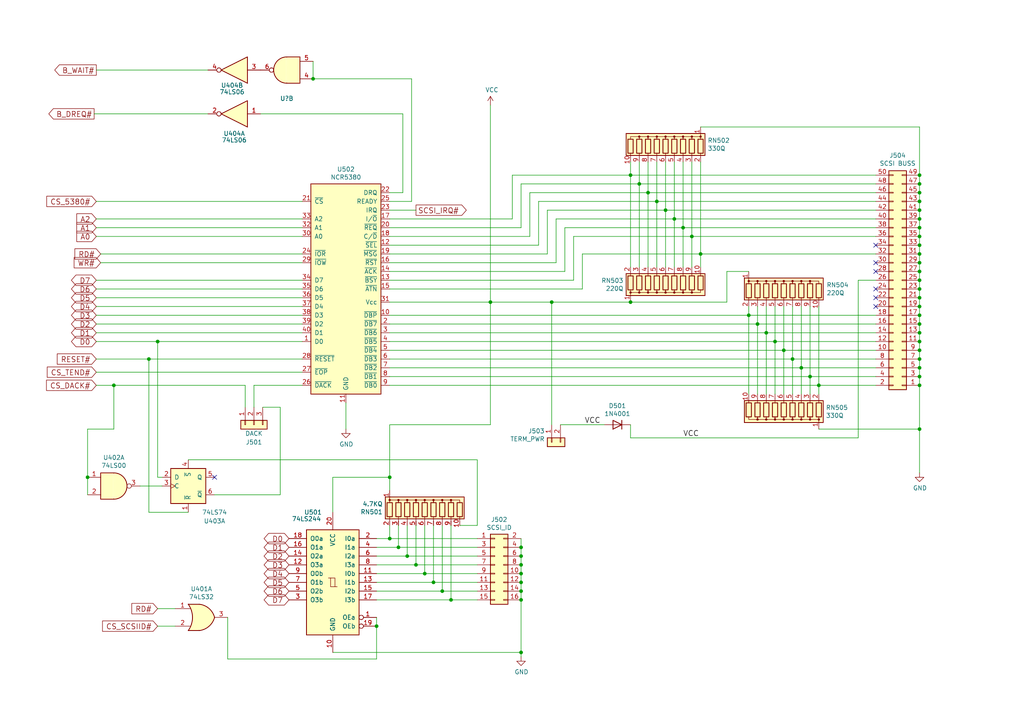
<source format=kicad_sch>
(kicad_sch (version 20211123) (generator eeschema)
  (paper "A4")
  (title_block (title "ECB SCSI-1.0") (date "2020-12-30") (rev "001") (company "RetroBrew Computers Group") (comment 1 "Licensed for hobbyist use only.") (comment 2 "Copyright (c) 2020 Richard Cini. All Rights Reserved."))
  (lib_symbols
    (symbol "74xx:74LS00" (pin_names (offset 1.016))
      (property "Reference" "U" (at 0 1.27 0))
      (property "Value" "74LS00" (at 0 -1.27 0))
      (symbol "74LS00_1_1"
        (pin input line (at -7.62 2.54 0) (length 3.81) (name "~") (number "1"))
        (pin input line (at -7.62 -2.54 0) (length 3.81) (name "~") (number "2"))
        (pin output inverted (at 7.62 0 180) (length 3.81) (name "~") (number "3"))
      )
      (symbol "74LS00_1_2"
        (pin input inverted (at -7.62 2.54 0) (length 4.318) (name "~") (number "1"))
        (pin input inverted (at -7.62 -2.54 0) (length 4.318) (name "~") (number "2"))
        (pin output line (at 7.62 0 180) (length 3.81) (name "~") (number "3"))
      )
      (symbol "74LS00_2_1"
        (pin input line (at -7.62 2.54 0) (length 3.81) (name "~") (number "4"))
        (pin input line (at -7.62 -2.54 0) (length 3.81) (name "~") (number "5"))
        (pin output inverted (at 7.62 0 180) (length 3.81) (name "~") (number "6"))
      )
      (symbol "74LS00_2_2"
        (pin input inverted (at -7.62 2.54 0) (length 4.318) (name "~") (number "4"))
        (pin input inverted (at -7.62 -2.54 0) (length 4.318) (name "~") (number "5"))
        (pin output line (at 7.62 0 180) (length 3.81) (name "~") (number "6"))
      )
      (symbol "74LS00_3_1"
        (pin input line (at -7.62 -2.54 0) (length 3.81) (name "~") (number "10"))
        (pin output inverted (at 7.62 0 180) (length 3.81) (name "~") (number "8"))
        (pin input line (at -7.62 2.54 0) (length 3.81) (name "~") (number "9"))
      )
      (symbol "74LS00_3_2"
        (pin input inverted (at -7.62 -2.54 0) (length 4.318) (name "~") (number "10"))
        (pin output line (at 7.62 0 180) (length 3.81) (name "~") (number "8"))
        (pin input inverted (at -7.62 2.54 0) (length 4.318) (name "~") (number "9"))
      )
      (symbol "74LS00_4_1"
        (pin output inverted (at 7.62 0 180) (length 3.81) (name "~") (number "11"))
        (pin input line (at -7.62 2.54 0) (length 3.81) (name "~") (number "12"))
        (pin input line (at -7.62 -2.54 0) (length 3.81) (name "~") (number "13"))
      )
      (symbol "74LS00_4_2"
        (pin output line (at 7.62 0 180) (length 3.81) (name "~") (number "11"))
        (pin input inverted (at -7.62 2.54 0) (length 4.318) (name "~") (number "12"))
        (pin input inverted (at -7.62 -2.54 0) (length 4.318) (name "~") (number "13"))
      )
      (symbol "74LS00_5_0"
        (pin power_in line (at 0 12.7 270) (length 5.08) (name "VCC") (number "14"))
        (pin power_in line (at 0 -12.7 90) (length 5.08) (name "GND") (number "7"))
      )
    )
    (symbol "74xx:74LS06" (pin_names (offset 1.016))
      (property "Reference" "U" (at 0 1.27 0))
      (property "Value" "74LS06" (at 0 -1.27 0))
      (symbol "74LS06_1_0"
        (pin input line (at -7.62 0 0) (length 3.81) (name "~") (number "1"))
        (pin open_collector inverted (at 7.62 0 180) (length 3.81) (name "~") (number "2"))
      )
      (symbol "74LS06_2_0"
        (pin input line (at -7.62 0 0) (length 3.81) (name "~") (number "3"))
        (pin open_collector inverted (at 7.62 0 180) (length 3.81) (name "~") (number "4"))
      )
      (symbol "74LS06_3_0"
        (pin input line (at -7.62 0 0) (length 3.81) (name "~") (number "5"))
        (pin open_collector inverted (at 7.62 0 180) (length 3.81) (name "~") (number "6"))
      )
      (symbol "74LS06_4_0"
        (pin open_collector inverted (at 7.62 0 180) (length 3.81) (name "~") (number "8"))
        (pin input line (at -7.62 0 0) (length 3.81) (name "~") (number "9"))
      )
      (symbol "74LS06_5_0"
        (pin open_collector inverted (at 7.62 0 180) (length 3.81) (name "~") (number "10"))
        (pin input line (at -7.62 0 0) (length 3.81) (name "~") (number "11"))
      )
      (symbol "74LS06_6_0"
        (pin open_collector inverted (at 7.62 0 180) (length 3.81) (name "~") (number "12"))
        (pin input line (at -7.62 0 0) (length 3.81) (name "~") (number "13"))
      )
      (symbol "74LS06_7_0"
        (pin power_in line (at 0 12.7 270) (length 5.08) (name "VCC") (number "14"))
        (pin power_in line (at 0 -12.7 90) (length 5.08) (name "GND") (number "7"))
      )
    )
    (symbol "74xx:74LS244" (pin_names (offset 1.016))
      (property "Reference" "U" (at -7.62 16.51 0))
      (property "Value" "74LS244" (at -7.62 -16.51 0))
      (symbol "74LS244_1_0"
        (pin input inverted (at -12.7 -10.16 0) (length 5.08) (name "OEa") (number "1"))
        (pin power_in line (at 0 -20.32 90) (length 5.08) (name "GND") (number "10"))
        (pin input line (at -12.7 2.54 0) (length 5.08) (name "I0b") (number "11"))
        (pin tri_state line (at 12.7 5.08 180) (length 5.08) (name "O3a") (number "12"))
        (pin input line (at -12.7 0 0) (length 5.08) (name "I1b") (number "13"))
        (pin tri_state line (at 12.7 7.62 180) (length 5.08) (name "O2a") (number "14"))
        (pin input line (at -12.7 -2.54 0) (length 5.08) (name "I2b") (number "15"))
        (pin tri_state line (at 12.7 10.16 180) (length 5.08) (name "O1a") (number "16"))
        (pin input line (at -12.7 -5.08 0) (length 5.08) (name "I3b") (number "17"))
        (pin tri_state line (at 12.7 12.7 180) (length 5.08) (name "O0a") (number "18"))
        (pin input inverted (at -12.7 -12.7 0) (length 5.08) (name "OEb") (number "19"))
        (pin input line (at -12.7 12.7 0) (length 5.08) (name "I0a") (number "2"))
        (pin power_in line (at 0 20.32 270) (length 5.08) (name "VCC") (number "20"))
        (pin tri_state line (at 12.7 -5.08 180) (length 5.08) (name "O3b") (number "3"))
        (pin input line (at -12.7 10.16 0) (length 5.08) (name "I1a") (number "4"))
        (pin tri_state line (at 12.7 -2.54 180) (length 5.08) (name "O2b") (number "5"))
        (pin input line (at -12.7 7.62 0) (length 5.08) (name "I2a") (number "6"))
        (pin tri_state line (at 12.7 0 180) (length 5.08) (name "O1b") (number "7"))
        (pin input line (at -12.7 5.08 0) (length 5.08) (name "I3a") (number "8"))
        (pin tri_state line (at 12.7 2.54 180) (length 5.08) (name "O0b") (number "9"))
      )
    )
    (symbol "74xx:74LS32" (pin_names (offset 1.016))
      (property "Reference" "U" (at 0 1.27 0))
      (property "Value" "74LS32" (at 0 -1.27 0))
      (symbol "74LS32_1_1"
        (pin input line (at -7.62 2.54 0) (length 4.318) (name "~") (number "1"))
        (pin input line (at -7.62 -2.54 0) (length 4.318) (name "~") (number "2"))
        (pin output line (at 7.62 0 180) (length 3.81) (name "~") (number "3"))
      )
      (symbol "74LS32_1_2"
        (pin input inverted (at -7.62 2.54 0) (length 3.81) (name "~") (number "1"))
        (pin input inverted (at -7.62 -2.54 0) (length 3.81) (name "~") (number "2"))
        (pin output inverted (at 7.62 0 180) (length 3.81) (name "~") (number "3"))
      )
      (symbol "74LS32_2_1"
        (pin input line (at -7.62 2.54 0) (length 4.318) (name "~") (number "4"))
        (pin input line (at -7.62 -2.54 0) (length 4.318) (name "~") (number "5"))
        (pin output line (at 7.62 0 180) (length 3.81) (name "~") (number "6"))
      )
      (symbol "74LS32_2_2"
        (pin input inverted (at -7.62 2.54 0) (length 3.81) (name "~") (number "4"))
        (pin input inverted (at -7.62 -2.54 0) (length 3.81) (name "~") (number "5"))
        (pin output inverted (at 7.62 0 180) (length 3.81) (name "~") (number "6"))
      )
      (symbol "74LS32_3_1"
        (pin input line (at -7.62 -2.54 0) (length 4.318) (name "~") (number "10"))
        (pin output line (at 7.62 0 180) (length 3.81) (name "~") (number "8"))
        (pin input line (at -7.62 2.54 0) (length 4.318) (name "~") (number "9"))
      )
      (symbol "74LS32_3_2"
        (pin input inverted (at -7.62 -2.54 0) (length 3.81) (name "~") (number "10"))
        (pin output inverted (at 7.62 0 180) (length 3.81) (name "~") (number "8"))
        (pin input inverted (at -7.62 2.54 0) (length 3.81) (name "~") (number "9"))
      )
      (symbol "74LS32_4_1"
        (pin output line (at 7.62 0 180) (length 3.81) (name "~") (number "11"))
        (pin input line (at -7.62 2.54 0) (length 4.318) (name "~") (number "12"))
        (pin input line (at -7.62 -2.54 0) (length 4.318) (name "~") (number "13"))
      )
      (symbol "74LS32_4_2"
        (pin output inverted (at 7.62 0 180) (length 3.81) (name "~") (number "11"))
        (pin input inverted (at -7.62 2.54 0) (length 3.81) (name "~") (number "12"))
        (pin input inverted (at -7.62 -2.54 0) (length 3.81) (name "~") (number "13"))
      )
      (symbol "74LS32_5_0"
        (pin power_in line (at 0 12.7 270) (length 5.08) (name "VCC") (number "14"))
        (pin power_in line (at 0 -12.7 90) (length 5.08) (name "GND") (number "7"))
      )
    )
    (symbol "74xx:74LS74" (pin_names (offset 1.016))
      (property "Reference" "U" (at -7.62 8.89 0))
      (property "Value" "74LS74" (at -7.62 -8.89 0))
      (symbol "74LS74_1_0"
        (pin input line (at 0 -7.62 90) (length 2.54) (name "~{R}") (number "1"))
        (pin input line (at -7.62 2.54 0) (length 2.54) (name "D") (number "2"))
        (pin input clock (at -7.62 0 0) (length 2.54) (name "C") (number "3"))
        (pin input line (at 0 7.62 270) (length 2.54) (name "~{S}") (number "4"))
        (pin output line (at 7.62 2.54 180) (length 2.54) (name "Q") (number "5"))
        (pin output line (at 7.62 -2.54 180) (length 2.54) (name "~{Q}") (number "6"))
      )
      (symbol "74LS74_2_0"
        (pin input line (at 0 7.62 270) (length 2.54) (name "~{S}") (number "10"))
        (pin input clock (at -7.62 0 0) (length 2.54) (name "C") (number "11"))
        (pin input line (at -7.62 2.54 0) (length 2.54) (name "D") (number "12"))
        (pin input line (at 0 -7.62 90) (length 2.54) (name "~{R}") (number "13"))
        (pin output line (at 7.62 -2.54 180) (length 2.54) (name "~{Q}") (number "8"))
        (pin output line (at 7.62 2.54 180) (length 2.54) (name "Q") (number "9"))
      )
      (symbol "74LS74_3_0"
        (pin power_in line (at 0 10.16 270) (length 2.54) (name "VCC") (number "14"))
        (pin power_in line (at 0 -10.16 90) (length 2.54) (name "GND") (number "7"))
      )
    )
    (symbol "Connector_Generic:Conn_01x02" (pin_names (offset 1.016) hide)
      (property "Reference" "J" (at 0 2.54 0))
      (property "Value" "Conn_01x02" (at 0 -5.08 0))
      (symbol "Conn_01x02_1_1"
        (pin passive line (at -5.08 0 0) (length 3.81) (name "Pin_1") (number "1"))
        (pin passive line (at -5.08 -2.54 0) (length 3.81) (name "Pin_2") (number "2"))
      )
    )
    (symbol "Connector_Generic:Conn_01x03" (pin_names (offset 1.016) hide)
      (property "Reference" "J" (at 0 5.08 0))
      (property "Value" "Conn_01x03" (at 0 -5.08 0))
      (symbol "Conn_01x03_1_1"
        (pin passive line (at -5.08 2.54 0) (length 3.81) (name "Pin_1") (number "1"))
        (pin passive line (at -5.08 0 0) (length 3.81) (name "Pin_2") (number "2"))
        (pin passive line (at -5.08 -2.54 0) (length 3.81) (name "Pin_3") (number "3"))
      )
    )
    (symbol "Connector_Generic:Conn_02x08_Odd_Even" (pin_names (offset 1.016) hide)
      (property "Reference" "J" (at 1.27 10.16 0))
      (property "Value" "Conn_02x08_Odd_Even" (at 1.27 -12.7 0))
      (symbol "Conn_02x08_Odd_Even_1_1"
        (pin passive line (at -5.08 7.62 0) (length 3.81) (name "Pin_1") (number "1"))
        (pin passive line (at 7.62 -2.54 180) (length 3.81) (name "Pin_10") (number "10"))
        (pin passive line (at -5.08 -5.08 0) (length 3.81) (name "Pin_11") (number "11"))
        (pin passive line (at 7.62 -5.08 180) (length 3.81) (name "Pin_12") (number "12"))
        (pin passive line (at -5.08 -7.62 0) (length 3.81) (name "Pin_13") (number "13"))
        (pin passive line (at 7.62 -7.62 180) (length 3.81) (name "Pin_14") (number "14"))
        (pin passive line (at -5.08 -10.16 0) (length 3.81) (name "Pin_15") (number "15"))
        (pin passive line (at 7.62 -10.16 180) (length 3.81) (name "Pin_16") (number "16"))
        (pin passive line (at 7.62 7.62 180) (length 3.81) (name "Pin_2") (number "2"))
        (pin passive line (at -5.08 5.08 0) (length 3.81) (name "Pin_3") (number "3"))
        (pin passive line (at 7.62 5.08 180) (length 3.81) (name "Pin_4") (number "4"))
        (pin passive line (at -5.08 2.54 0) (length 3.81) (name "Pin_5") (number "5"))
        (pin passive line (at 7.62 2.54 180) (length 3.81) (name "Pin_6") (number "6"))
        (pin passive line (at -5.08 0 0) (length 3.81) (name "Pin_7") (number "7"))
        (pin passive line (at 7.62 0 180) (length 3.81) (name "Pin_8") (number "8"))
        (pin passive line (at -5.08 -2.54 0) (length 3.81) (name "Pin_9") (number "9"))
      )
    )
    (symbol "Connector_Generic:Conn_02x25_Odd_Even" (pin_names (offset 1.016) hide)
      (property "Reference" "J" (at 1.27 33.02 0))
      (property "Value" "Conn_02x25_Odd_Even" (at 1.27 -33.02 0))
      (symbol "Conn_02x25_Odd_Even_1_1"
        (pin passive line (at -5.08 30.48 0) (length 3.81) (name "Pin_1") (number "1"))
        (pin passive line (at 7.62 20.32 180) (length 3.81) (name "Pin_10") (number "10"))
        (pin passive line (at -5.08 17.78 0) (length 3.81) (name "Pin_11") (number "11"))
        (pin passive line (at 7.62 17.78 180) (length 3.81) (name "Pin_12") (number "12"))
        (pin passive line (at -5.08 15.24 0) (length 3.81) (name "Pin_13") (number "13"))
        (pin passive line (at 7.62 15.24 180) (length 3.81) (name "Pin_14") (number "14"))
        (pin passive line (at -5.08 12.7 0) (length 3.81) (name "Pin_15") (number "15"))
        (pin passive line (at 7.62 12.7 180) (length 3.81) (name "Pin_16") (number "16"))
        (pin passive line (at -5.08 10.16 0) (length 3.81) (name "Pin_17") (number "17"))
        (pin passive line (at 7.62 10.16 180) (length 3.81) (name "Pin_18") (number "18"))
        (pin passive line (at -5.08 7.62 0) (length 3.81) (name "Pin_19") (number "19"))
        (pin passive line (at 7.62 30.48 180) (length 3.81) (name "Pin_2") (number "2"))
        (pin passive line (at 7.62 7.62 180) (length 3.81) (name "Pin_20") (number "20"))
        (pin passive line (at -5.08 5.08 0) (length 3.81) (name "Pin_21") (number "21"))
        (pin passive line (at 7.62 5.08 180) (length 3.81) (name "Pin_22") (number "22"))
        (pin passive line (at -5.08 2.54 0) (length 3.81) (name "Pin_23") (number "23"))
        (pin passive line (at 7.62 2.54 180) (length 3.81) (name "Pin_24") (number "24"))
        (pin passive line (at -5.08 0 0) (length 3.81) (name "Pin_25") (number "25"))
        (pin passive line (at 7.62 0 180) (length 3.81) (name "Pin_26") (number "26"))
        (pin passive line (at -5.08 -2.54 0) (length 3.81) (name "Pin_27") (number "27"))
        (pin passive line (at 7.62 -2.54 180) (length 3.81) (name "Pin_28") (number "28"))
        (pin passive line (at -5.08 -5.08 0) (length 3.81) (name "Pin_29") (number "29"))
        (pin passive line (at -5.08 27.94 0) (length 3.81) (name "Pin_3") (number "3"))
        (pin passive line (at 7.62 -5.08 180) (length 3.81) (name "Pin_30") (number "30"))
        (pin passive line (at -5.08 -7.62 0) (length 3.81) (name "Pin_31") (number "31"))
        (pin passive line (at 7.62 -7.62 180) (length 3.81) (name "Pin_32") (number "32"))
        (pin passive line (at -5.08 -10.16 0) (length 3.81) (name "Pin_33") (number "33"))
        (pin passive line (at 7.62 -10.16 180) (length 3.81) (name "Pin_34") (number "34"))
        (pin passive line (at -5.08 -12.7 0) (length 3.81) (name "Pin_35") (number "35"))
        (pin passive line (at 7.62 -12.7 180) (length 3.81) (name "Pin_36") (number "36"))
        (pin passive line (at -5.08 -15.24 0) (length 3.81) (name "Pin_37") (number "37"))
        (pin passive line (at 7.62 -15.24 180) (length 3.81) (name "Pin_38") (number "38"))
        (pin passive line (at -5.08 -17.78 0) (length 3.81) (name "Pin_39") (number "39"))
        (pin passive line (at 7.62 27.94 180) (length 3.81) (name "Pin_4") (number "4"))
        (pin passive line (at 7.62 -17.78 180) (length 3.81) (name "Pin_40") (number "40"))
        (pin passive line (at -5.08 -20.32 0) (length 3.81) (name "Pin_41") (number "41"))
        (pin passive line (at 7.62 -20.32 180) (length 3.81) (name "Pin_42") (number "42"))
        (pin passive line (at -5.08 -22.86 0) (length 3.81) (name "Pin_43") (number "43"))
        (pin passive line (at 7.62 -22.86 180) (length 3.81) (name "Pin_44") (number "44"))
        (pin passive line (at -5.08 -25.4 0) (length 3.81) (name "Pin_45") (number "45"))
        (pin passive line (at 7.62 -25.4 180) (length 3.81) (name "Pin_46") (number "46"))
        (pin passive line (at -5.08 -27.94 0) (length 3.81) (name "Pin_47") (number "47"))
        (pin passive line (at 7.62 -27.94 180) (length 3.81) (name "Pin_48") (number "48"))
        (pin passive line (at -5.08 -30.48 0) (length 3.81) (name "Pin_49") (number "49"))
        (pin passive line (at -5.08 25.4 0) (length 3.81) (name "Pin_5") (number "5"))
        (pin passive line (at 7.62 -30.48 180) (length 3.81) (name "Pin_50") (number "50"))
        (pin passive line (at 7.62 25.4 180) (length 3.81) (name "Pin_6") (number "6"))
        (pin passive line (at -5.08 22.86 0) (length 3.81) (name "Pin_7") (number "7"))
        (pin passive line (at 7.62 22.86 180) (length 3.81) (name "Pin_8") (number "8"))
        (pin passive line (at -5.08 20.32 0) (length 3.81) (name "Pin_9") (number "9"))
      )
    )
    (symbol "Device:R_Network09" (pin_names (offset 0) hide)
      (property "Reference" "RN" (at -12.7 0 90))
      (property "Value" "R_Network09" (at 12.7 0 90))
      (symbol "R_Network09_1_1"
        (pin passive line (at -10.16 5.08 270) (length 2.54) (name "common") (number "1"))
        (pin passive line (at 10.16 -5.08 90) (length 1.27) (name "R9") (number "10"))
        (pin passive line (at -10.16 -5.08 90) (length 1.27) (name "R1") (number "2"))
        (pin passive line (at -7.62 -5.08 90) (length 1.27) (name "R2") (number "3"))
        (pin passive line (at -5.08 -5.08 90) (length 1.27) (name "R3") (number "4"))
        (pin passive line (at -2.54 -5.08 90) (length 1.27) (name "R4") (number "5"))
        (pin passive line (at 0 -5.08 90) (length 1.27) (name "R5") (number "6"))
        (pin passive line (at 2.54 -5.08 90) (length 1.27) (name "R6") (number "7"))
        (pin passive line (at 5.08 -5.08 90) (length 1.27) (name "R7") (number "8"))
        (pin passive line (at 7.62 -5.08 90) (length 1.27) (name "R8") (number "9"))
      )
    )
    (symbol "Diode:1N4001" (pin_numbers hide) (pin_names hide)
      (property "Reference" "D" (at 0 2.54 0))
      (property "Value" "1N4001" (at 0 -2.54 0))
      (symbol "1N4001_1_1"
        (pin passive line (at -3.81 0 0) (length 2.54) (name "K") (number "1"))
        (pin passive line (at 3.81 0 180) (length 2.54) (name "A") (number "2"))
      )
    )
    (symbol "RAC_Custom:NCR5380" (pin_names (offset 1.016))
      (property "Reference" "U" (at -7.62 34.29 0))
      (property "Value" "NCR5380" (at 10.414 34.29 0))
      (symbol "NCR5380_0_0"
        (pin bidirectional line (at -12.7 5.08 0) (length 2.54) (name "D7") (number "34"))
        (pin bidirectional line (at -12.7 2.54 0) (length 2.54) (name "D6") (number "35"))
      )
      (symbol "NCR5380_1_1"
        (pin bidirectional line (at -12.7 -12.7 0) (length 2.54) (name "D0") (number "1"))
        (pin bidirectional line (at 12.7 -5.08 180) (length 2.54) (name "~{DBP}") (number "10"))
        (pin power_in line (at 0 -30.48 90) (length 2.54) (name "GND") (number "11"))
        (pin bidirectional line (at 12.7 15.24 180) (length 2.54) (name "~{SEL}") (number "12"))
        (pin bidirectional line (at 12.7 5.08 180) (length 2.54) (name "~{BSY}") (number "13"))
        (pin bidirectional line (at 12.7 7.62 180) (length 2.54) (name "~{ACK}") (number "14"))
        (pin bidirectional line (at 12.7 2.54 180) (length 2.54) (name "~{ATN}") (number "15"))
        (pin bidirectional line (at 12.7 10.16 180) (length 2.54) (name "~{RST}") (number "16"))
        (pin bidirectional line (at 12.7 22.86 180) (length 2.54) (name "I/~{O}") (number "17"))
        (pin bidirectional line (at 12.7 17.78 180) (length 2.54) (name "C/~{D}") (number "18"))
        (pin bidirectional line (at 12.7 12.7 180) (length 2.54) (name "~{MSG}") (number "19"))
        (pin bidirectional line (at 12.7 -7.62 180) (length 2.54) (name "~{DB7}") (number "2"))
        (pin bidirectional line (at 12.7 20.32 180) (length 2.54) (name "~{REQ}") (number "20"))
        (pin input line (at -12.7 27.94 0) (length 2.54) (name "~{CS}") (number "21"))
        (pin output line (at 12.7 30.48 180) (length 2.54) (name "DRQ") (number "22"))
        (pin output line (at 12.7 25.4 180) (length 2.54) (name "IRQ") (number "23"))
        (pin input line (at -12.7 12.7 0) (length 2.54) (name "~{IOR}") (number "24"))
        (pin output line (at 12.7 27.94 180) (length 2.54) (name "READY") (number "25"))
        (pin input line (at -12.7 -25.4 0) (length 2.54) (name "~{DACK}") (number "26"))
        (pin input line (at -12.7 -21.59 0) (length 2.54) (name "~{EOP}") (number "27"))
        (pin input line (at -12.7 -17.78 0) (length 2.54) (name "~{RESET}") (number "28"))
        (pin input line (at -12.7 10.16 0) (length 2.54) (name "~{IOW}") (number "29"))
        (pin bidirectional line (at 12.7 -10.16 180) (length 2.54) (name "~{DB6}") (number "3"))
        (pin input line (at -12.7 17.78 0) (length 2.54) (name "A0") (number "30"))
        (pin power_in line (at 12.7 -1.27 180) (length 2.54) (name "Vcc") (number "31"))
        (pin input line (at -12.7 20.32 0) (length 2.54) (name "A1") (number "32"))
        (pin input line (at -12.7 22.86 0) (length 2.54) (name "A2") (number "33"))
        (pin bidirectional line (at -12.7 0 0) (length 2.54) (name "D5") (number "36"))
        (pin bidirectional line (at -12.7 -2.54 0) (length 2.54) (name "D4") (number "37"))
        (pin bidirectional line (at -12.7 -5.08 0) (length 2.54) (name "D3") (number "38"))
        (pin bidirectional line (at -12.7 -7.62 0) (length 2.54) (name "D2") (number "39"))
        (pin bidirectional line (at 12.7 -12.7 180) (length 2.54) (name "~{DB5}") (number "4"))
        (pin bidirectional line (at -12.7 -10.16 0) (length 2.54) (name "D1") (number "40"))
        (pin bidirectional line (at 12.7 -15.24 180) (length 2.54) (name "~{DB4}") (number "5"))
        (pin bidirectional line (at 12.7 -17.78 180) (length 2.54) (name "~{DB3}") (number "6"))
        (pin bidirectional line (at 12.7 -20.32 180) (length 2.54) (name "~{DB2}") (number "7"))
        (pin bidirectional line (at 12.7 -22.86 180) (length 2.54) (name "~{DB1}") (number "8"))
        (pin bidirectional line (at 12.7 -25.4 180) (length 2.54) (name "~{DB0}") (number "9"))
      )
    )
    (symbol "power:GND" (power) (pin_names (offset 0))
      (property "Value" "GND" (at 0 -3.81 0))
      (symbol "GND_1_1"
        (pin power_in line (at 0 0 270) (length 0) hide (name "GND") (number "1"))
      )
    )
    (symbol "power:VCC" (power) (pin_names (offset 0))
      (property "Value" "VCC" (at 0 3.81 0))
      (symbol "VCC_1_1"
        (pin power_in line (at 0 0 90) (length 0) hide (name "VCC") (number "1"))
      )
    )
  )
  (junction (at 203.2 73.66))
  (junction (at 227.33 101.6))
  (junction (at 90.805 22.86))
  (junction (at 182.88 50.8))
  (junction (at 123.19 166.37))
  (junction (at 115.57 158.75))
  (junction (at 266.7 63.5))
  (junction (at 266.7 71.12))
  (junction (at 224.79 99.06))
  (junction (at 190.5 58.42))
  (junction (at 130.81 173.99))
  (junction (at 234.95 109.22))
  (junction (at 187.96 55.88))
  (junction (at 182.88 87.63))
  (junction (at 266.7 96.52))
  (junction (at 151.13 189.23))
  (junction (at 200.66 68.58))
  (junction (at 266.7 109.22))
  (junction (at 151.13 158.75))
  (junction (at 113.03 156.21))
  (junction (at 118.11 161.29))
  (junction (at 266.7 68.58))
  (junction (at 266.7 93.98))
  (junction (at 151.13 168.91))
  (junction (at 266.7 83.82))
  (junction (at 33.02 111.76))
  (junction (at 151.13 173.99))
  (junction (at 266.7 58.42))
  (junction (at 151.13 163.83))
  (junction (at 128.27 171.45))
  (junction (at 266.7 91.44))
  (junction (at 45.72 99.06))
  (junction (at 232.41 106.68))
  (junction (at 151.13 166.37))
  (junction (at 198.12 66.04))
  (junction (at 266.7 53.34))
  (junction (at 229.87 104.14))
  (junction (at 195.58 63.5))
  (junction (at 266.7 86.36))
  (junction (at 237.49 111.76))
  (junction (at 266.7 76.2))
  (junction (at 109.22 181.61))
  (junction (at 266.7 99.06))
  (junction (at 125.73 168.91))
  (junction (at 266.7 104.14))
  (junction (at 151.13 161.29))
  (junction (at 217.17 91.44))
  (junction (at 25.4 138.43))
  (junction (at 113.03 138.43))
  (junction (at 219.71 93.98))
  (junction (at 266.7 88.9))
  (junction (at 266.7 73.66))
  (junction (at 193.04 60.96))
  (junction (at 185.42 53.34))
  (junction (at 266.7 111.76))
  (junction (at 160.02 87.63))
  (junction (at 266.7 106.68))
  (junction (at 266.7 55.88))
  (junction (at 266.7 66.04))
  (junction (at 222.25 96.52))
  (junction (at 142.24 87.63))
  (junction (at 120.65 163.83))
  (junction (at 266.7 50.8))
  (junction (at 266.7 101.6))
  (junction (at 43.18 104.14))
  (junction (at 266.7 60.96))
  (junction (at 266.7 124.46))
  (junction (at 151.13 171.45))
  (junction (at 266.7 78.74))
  (junction (at 266.7 81.28))
  (no_connect (at 62.23 138.43))
  (no_connect (at 254 88.9))
  (no_connect (at 254 76.2))
  (no_connect (at 254 86.36))
  (no_connect (at 254 78.74))
  (no_connect (at 254 71.12))
  (no_connect (at 254 83.82))
  (wire (pts (xy 113.03 138.43) (xy 113.03 123.19)))
  (wire (pts (xy 113.03 91.44) (xy 217.17 91.44)))
  (wire (pts (xy 100.33 116.84) (xy 100.33 124.46)))
  (wire (pts (xy 45.72 99.06) (xy 87.63 99.06)))
  (wire (pts (xy 222.25 96.52) (xy 113.03 96.52)))
  (wire (pts (xy 266.7 91.44) (xy 266.7 93.98)))
  (wire (pts (xy 113.03 76.2) (xy 161.29 76.2)))
  (wire (pts (xy 266.7 76.2) (xy 266.7 78.74)))
  (wire (pts (xy 158.75 73.66) (xy 113.03 73.66)))
  (wire (pts (xy 87.63 76.2) (xy 29.21 76.2)))
  (wire (pts (xy 190.5 58.42) (xy 190.5 77.47)))
  (wire (pts (xy 266.7 83.82) (xy 266.7 86.36)))
  (wire (pts (xy 229.87 88.9) (xy 229.87 104.14)))
  (wire (pts (xy 113.03 99.06) (xy 224.79 99.06)))
  (wire (pts (xy 128.27 152.4) (xy 128.27 171.45)))
  (wire (pts (xy 190.5 46.99) (xy 190.5 58.42)))
  (wire (pts (xy 266.7 109.22) (xy 266.7 111.76)))
  (wire (pts (xy 113.03 87.63) (xy 142.24 87.63)))
  (wire (pts (xy 195.58 63.5) (xy 254 63.5)))
  (wire (pts (xy 156.21 71.12) (xy 156.21 58.42)))
  (wire (pts (xy 203.2 36.83) (xy 266.7 36.83)))
  (wire (pts (xy 232.41 114.3) (xy 232.41 106.68)))
  (wire (pts (xy 27.94 104.14) (xy 43.18 104.14)))
  (wire (pts (xy 229.87 104.14) (xy 229.87 114.3)))
  (wire (pts (xy 125.73 152.4) (xy 125.73 168.91)))
  (wire (pts (xy 33.02 111.76) (xy 71.12 111.76)))
  (wire (pts (xy 168.91 73.66) (xy 203.2 73.66)))
  (wire (pts (xy 87.63 88.9) (xy 27.94 88.9)))
  (wire (pts (xy 166.37 68.58) (xy 200.66 68.58)))
  (wire (pts (xy 266.7 55.88) (xy 266.7 58.42)))
  (wire (pts (xy 151.13 189.23) (xy 151.13 190.5)))
  (wire (pts (xy 115.57 152.4) (xy 115.57 158.75)))
  (wire (pts (xy 123.19 166.37) (xy 109.22 166.37)))
  (wire (pts (xy 153.67 55.88) (xy 153.67 68.58)))
  (wire (pts (xy 27.94 58.42) (xy 87.63 58.42)))
  (wire (pts (xy 266.7 71.12) (xy 266.7 73.66)))
  (wire (pts (xy 116.84 33.02) (xy 116.84 55.88)))
  (wire (pts (xy 54.61 133.35) (xy 138.43 133.35)))
  (wire (pts (xy 118.11 152.4) (xy 118.11 161.29)))
  (wire (pts (xy 198.12 77.47) (xy 198.12 66.04)))
  (wire (pts (xy 232.41 106.68) (xy 113.03 106.68)))
  (wire (pts (xy 254 50.8) (xy 182.88 50.8)))
  (wire (pts (xy 109.22 173.99) (xy 130.81 173.99)))
  (wire (pts (xy 119.38 22.86) (xy 119.38 58.42)))
  (wire (pts (xy 232.41 88.9) (xy 232.41 106.68)))
  (wire (pts (xy 227.33 101.6) (xy 113.03 101.6)))
  (wire (pts (xy 113.03 156.21) (xy 138.43 156.21)))
  (wire (pts (xy 27.94 91.44) (xy 87.63 91.44)))
  (wire (pts (xy 25.4 138.43) (xy 25.4 124.46)))
  (wire (pts (xy 266.7 73.66) (xy 266.7 76.2)))
  (wire (pts (xy 87.63 83.82) (xy 27.94 83.82)))
  (wire (pts (xy 43.18 104.14) (xy 43.18 148.59)))
  (wire (pts (xy 224.79 99.06) (xy 254 99.06)))
  (wire (pts (xy 109.22 161.29) (xy 118.11 161.29)))
  (wire (pts (xy 266.7 66.04) (xy 266.7 68.58)))
  (wire (pts (xy 113.03 71.12) (xy 156.21 71.12)))
  (wire (pts (xy 118.11 161.29) (xy 138.43 161.29)))
  (wire (pts (xy 266.7 96.52) (xy 266.7 99.06)))
  (wire (pts (xy 113.03 104.14) (xy 229.87 104.14)))
  (wire (pts (xy 182.88 50.8) (xy 148.59 50.8)))
  (wire (pts (xy 217.17 88.9) (xy 217.17 91.44)))
  (wire (pts (xy 222.25 114.3) (xy 222.25 96.52)))
  (wire (pts (xy 219.71 88.9) (xy 219.71 93.98)))
  (wire (pts (xy 234.95 88.9) (xy 234.95 109.22)))
  (wire (pts (xy 138.43 133.35) (xy 138.43 152.4)))
  (wire (pts (xy 27.94 63.5) (xy 87.63 63.5)))
  (wire (pts (xy 193.04 77.47) (xy 193.04 60.96)))
  (wire (pts (xy 219.71 93.98) (xy 254 93.98)))
  (wire (pts (xy 71.12 111.76) (xy 71.12 118.11)))
  (wire (pts (xy 27.94 68.58) (xy 87.63 68.58)))
  (wire (pts (xy 254 66.04) (xy 198.12 66.04)))
  (wire (pts (xy 109.22 179.07) (xy 109.22 181.61)))
  (wire (pts (xy 254 111.76) (xy 237.49 111.76)))
  (wire (pts (xy 203.2 73.66) (xy 254 73.66)))
  (wire (pts (xy 45.72 176.53) (xy 50.8 176.53)))
  (wire (pts (xy 151.13 156.21) (xy 151.13 158.75)))
  (wire (pts (xy 27.94 86.36) (xy 87.63 86.36)))
  (wire (pts (xy 151.13 166.37) (xy 151.13 168.91)))
  (wire (pts (xy 96.52 138.43) (xy 96.52 148.59)))
  (wire (pts (xy 217.17 91.44) (xy 254 91.44)))
  (wire (pts (xy 163.83 78.74) (xy 113.03 78.74)))
  (wire (pts (xy 237.49 114.3) (xy 237.49 111.76)))
  (wire (pts (xy 266.7 86.36) (xy 266.7 88.9)))
  (wire (pts (xy 163.83 66.04) (xy 163.83 78.74)))
  (wire (pts (xy 193.04 46.99) (xy 193.04 60.96)))
  (wire (pts (xy 182.88 87.63) (xy 210.82 87.63)))
  (wire (pts (xy 224.79 88.9) (xy 224.79 99.06)))
  (wire (pts (xy 193.04 60.96) (xy 158.75 60.96)))
  (wire (pts (xy 120.65 163.83) (xy 109.22 163.83)))
  (wire (pts (xy 148.59 50.8) (xy 148.59 63.5)))
  (wire (pts (xy 227.33 114.3) (xy 227.33 101.6)))
  (wire (pts (xy 200.66 68.58) (xy 200.66 77.47)))
  (wire (pts (xy 119.38 58.42) (xy 113.03 58.42)))
  (wire (pts (xy 237.49 111.76) (xy 113.03 111.76)))
  (wire (pts (xy 254 96.52) (xy 222.25 96.52)))
  (wire (pts (xy 148.59 63.5) (xy 113.03 63.5)))
  (wire (pts (xy 195.58 63.5) (xy 195.58 77.47)))
  (wire (pts (xy 138.43 152.4) (xy 133.35 152.4)))
  (wire (pts (xy 125.73 168.91) (xy 138.43 168.91)))
  (wire (pts (xy 161.29 76.2) (xy 161.29 63.5)))
  (wire (pts (xy 158.75 60.96) (xy 158.75 73.66)))
  (wire (pts (xy 25.4 124.46) (xy 33.02 124.46)))
  (wire (pts (xy 266.7 93.98) (xy 266.7 96.52)))
  (wire (pts (xy 40.64 140.97) (xy 46.99 140.97)))
  (wire (pts (xy 266.7 68.58) (xy 266.7 71.12)))
  (wire (pts (xy 66.04 191.135) (xy 66.04 179.07)))
  (wire (pts (xy 160.02 123.19) (xy 160.02 87.63)))
  (wire (pts (xy 43.18 148.59) (xy 54.61 148.59)))
  (wire (pts (xy 60.325 33.02) (xy 27.305 33.02)))
  (wire (pts (xy 266.7 88.9) (xy 266.7 91.44)))
  (wire (pts (xy 219.71 93.98) (xy 219.71 114.3)))
  (wire (pts (xy 224.79 99.06) (xy 224.79 114.3)))
  (wire (pts (xy 151.13 66.04) (xy 151.13 53.34)))
  (wire (pts (xy 168.91 83.82) (xy 168.91 73.66)))
  (wire (pts (xy 266.7 60.96) (xy 266.7 63.5)))
  (wire (pts (xy 151.13 53.34) (xy 185.42 53.34)))
  (wire (pts (xy 62.23 143.51) (xy 81.28 143.51)))
  (wire (pts (xy 234.95 109.22) (xy 234.95 114.3)))
  (wire (pts (xy 266.7 106.68) (xy 266.7 109.22)))
  (wire (pts (xy 151.13 163.83) (xy 151.13 166.37)))
  (wire (pts (xy 113.03 83.82) (xy 168.91 83.82)))
  (wire (pts (xy 162.56 123.19) (xy 175.26 123.19)))
  (wire (pts (xy 76.2 118.11) (xy 81.28 118.11)))
  (wire (pts (xy 248.92 81.28) (xy 248.92 127)))
  (wire (pts (xy 109.22 168.91) (xy 125.73 168.91)))
  (wire (pts (xy 113.03 152.4) (xy 113.03 156.21)))
  (wire (pts (xy 27.94 96.52) (xy 87.63 96.52)))
  (wire (pts (xy 113.03 60.96) (xy 120.65 60.96)))
  (wire (pts (xy 248.92 127) (xy 182.88 127)))
  (wire (pts (xy 185.42 53.34) (xy 185.42 77.47)))
  (wire (pts (xy 266.7 81.28) (xy 266.7 83.82)))
  (wire (pts (xy 130.81 173.99) (xy 138.43 173.99)))
  (wire (pts (xy 90.805 17.78) (xy 90.805 22.86)))
  (wire (pts (xy 266.7 78.74) (xy 266.7 81.28)))
  (wire (pts (xy 138.43 166.37) (xy 123.19 166.37)))
  (wire (pts (xy 138.43 158.75) (xy 115.57 158.75)))
  (wire (pts (xy 113.03 66.04) (xy 151.13 66.04)))
  (wire (pts (xy 160.02 87.63) (xy 182.88 87.63)))
  (wire (pts (xy 151.13 168.91) (xy 151.13 171.45)))
  (wire (pts (xy 138.43 171.45) (xy 128.27 171.45)))
  (wire (pts (xy 90.805 22.86) (xy 119.38 22.86)))
  (wire (pts (xy 254 55.88) (xy 187.96 55.88)))
  (wire (pts (xy 87.63 66.04) (xy 27.94 66.04)))
  (wire (pts (xy 142.24 87.63) (xy 160.02 87.63)))
  (wire (pts (xy 227.33 88.9) (xy 227.33 101.6)))
  (wire (pts (xy 203.2 46.99) (xy 203.2 73.66)))
  (wire (pts (xy 27.94 107.95) (xy 87.63 107.95)))
  (wire (pts (xy 45.72 138.43) (xy 45.72 99.06)))
  (wire (pts (xy 210.82 87.63) (xy 210.82 78.74)))
  (wire (pts (xy 254 106.68) (xy 232.41 106.68)))
  (wire (pts (xy 151.13 158.75) (xy 151.13 161.29)))
  (wire (pts (xy 113.03 123.19) (xy 142.24 123.19)))
  (wire (pts (xy 200.66 68.58) (xy 254 68.58)))
  (wire (pts (xy 116.84 55.88) (xy 113.03 55.88)))
  (wire (pts (xy 200.66 46.99) (xy 200.66 68.58)))
  (wire (pts (xy 217.17 114.3) (xy 217.17 91.44)))
  (wire (pts (xy 109.22 181.61) (xy 109.22 191.135)))
  (wire (pts (xy 109.22 156.21) (xy 113.03 156.21)))
  (wire (pts (xy 151.13 173.99) (xy 151.13 189.23)))
  (wire (pts (xy 182.88 127) (xy 182.88 123.19)))
  (wire (pts (xy 87.63 111.76) (xy 73.66 111.76)))
  (wire (pts (xy 166.37 81.28) (xy 166.37 68.58)))
  (wire (pts (xy 123.19 152.4) (xy 123.19 166.37)))
  (wire (pts (xy 185.42 46.99) (xy 185.42 53.34)))
  (wire (pts (xy 27.94 111.76) (xy 33.02 111.76)))
  (wire (pts (xy 222.25 88.9) (xy 222.25 96.52)))
  (wire (pts (xy 113.03 93.98) (xy 219.71 93.98)))
  (wire (pts (xy 113.03 109.22) (xy 234.95 109.22)))
  (wire (pts (xy 128.27 171.45) (xy 109.22 171.45)))
  (wire (pts (xy 237.49 124.46) (xy 266.7 124.46)))
  (wire (pts (xy 187.96 55.88) (xy 153.67 55.88)))
  (wire (pts (xy 266.7 104.14) (xy 266.7 106.68)))
  (wire (pts (xy 130.81 152.4) (xy 130.81 173.99)))
  (wire (pts (xy 113.03 81.28) (xy 166.37 81.28)))
  (wire (pts (xy 142.24 30.48) (xy 142.24 87.63)))
  (wire (pts (xy 185.42 53.34) (xy 254 53.34)))
  (wire (pts (xy 266.7 53.34) (xy 266.7 55.88)))
  (wire (pts (xy 151.13 161.29) (xy 151.13 163.83)))
  (wire (pts (xy 190.5 58.42) (xy 254 58.42)))
  (wire (pts (xy 198.12 66.04) (xy 163.83 66.04)))
  (wire (pts (xy 33.02 124.46) (xy 33.02 111.76)))
  (wire (pts (xy 60.325 20.32) (xy 27.94 20.32)))
  (wire (pts (xy 151.13 171.45) (xy 151.13 173.99)))
  (wire (pts (xy 254 101.6) (xy 227.33 101.6)))
  (wire (pts (xy 182.88 46.99) (xy 182.88 50.8)))
  (wire (pts (xy 153.67 68.58) (xy 113.03 68.58)))
  (wire (pts (xy 266.7 99.06) (xy 266.7 101.6)))
  (wire (pts (xy 266.7 101.6) (xy 266.7 104.14)))
  (wire (pts (xy 142.24 123.19) (xy 142.24 87.63)))
  (wire (pts (xy 75.565 33.02) (xy 116.84 33.02)))
  (wire (pts (xy 266.7 36.83) (xy 266.7 50.8)))
  (wire (pts (xy 203.2 77.47) (xy 203.2 73.66)))
  (wire (pts (xy 229.87 104.14) (xy 254 104.14)))
  (wire (pts (xy 113.03 142.24) (xy 113.03 138.43)))
  (wire (pts (xy 210.82 78.74) (xy 217.17 78.74)))
  (wire (pts (xy 156.21 58.42) (xy 190.5 58.42)))
  (wire (pts (xy 266.7 58.42) (xy 266.7 60.96)))
  (wire (pts (xy 254 81.28) (xy 248.92 81.28)))
  (wire (pts (xy 46.99 138.43) (xy 45.72 138.43)))
  (wire (pts (xy 187.96 46.99) (xy 187.96 55.88)))
  (wire (pts (xy 43.18 104.14) (xy 87.63 104.14)))
  (wire (pts (xy 237.49 88.9) (xy 237.49 111.76)))
  (wire (pts (xy 234.95 109.22) (xy 254 109.22)))
  (wire (pts (xy 87.63 93.98) (xy 27.94 93.98)))
  (wire (pts (xy 266.7 124.46) (xy 266.7 137.16)))
  (wire (pts (xy 266.7 50.8) (xy 266.7 53.34)))
  (wire (pts (xy 120.65 152.4) (xy 120.65 163.83)))
  (wire (pts (xy 266.7 63.5) (xy 266.7 66.04)))
  (wire (pts (xy 187.96 77.47) (xy 187.96 55.88)))
  (wire (pts (xy 96.52 189.23) (xy 151.13 189.23)))
  (wire (pts (xy 73.66 111.76) (xy 73.66 118.11)))
  (wire (pts (xy 138.43 163.83) (xy 120.65 163.83)))
  (wire (pts (xy 50.8 181.61) (xy 45.72 181.61)))
  (wire (pts (xy 109.22 191.135) (xy 66.04 191.135)))
  (wire (pts (xy 115.57 158.75) (xy 109.22 158.75)))
  (wire (pts (xy 25.4 143.51) (xy 25.4 138.43)))
  (wire (pts (xy 81.28 118.11) (xy 81.28 143.51)))
  (wire (pts (xy 195.58 46.99) (xy 195.58 63.5)))
  (wire (pts (xy 198.12 46.99) (xy 198.12 66.04)))
  (wire (pts (xy 161.29 63.5) (xy 195.58 63.5)))
  (wire (pts (xy 254 60.96) (xy 193.04 60.96)))
  (wire (pts (xy 266.7 111.76) (xy 266.7 124.46)))
  (wire (pts (xy 27.94 81.28) (xy 87.63 81.28)))
  (wire (pts (xy 182.88 77.47) (xy 182.88 50.8)))
  (wire (pts (xy 27.94 99.06) (xy 45.72 99.06)))
  (wire (pts (xy 113.03 138.43) (xy 96.52 138.43)))
  (wire (pts (xy 29.21 73.66) (xy 87.63 73.66)))
  (label "VCC" (at 198.12 127 0) (effects (font (size 1.5494 1.5494))))
  (label "VCC" (at 169.545 123.19 0) (effects (font (size 1.5494 1.5494))))
  (global_label "D7" (shape bidirectional) (at 27.94 81.28 180) (effects (font (size 1.524 1.524))) (property "Intersheet References" "${INTERSHEET_REFS}" (effects hide)))
  (global_label "D3" (shape bidirectional) (at 27.94 91.44 180) (effects (font (size 1.524 1.524))) (property "Intersheet References" "${INTERSHEET_REFS}" (effects hide)))
  (global_label "SCSI_IRQ#" (shape output) (at 120.65 60.96 0) (effects (font (size 1.524 1.524))) (property "Intersheet References" "${INTERSHEET_REFS}" (effects hide)))
  (global_label "D2" (shape bidirectional) (at 27.94 93.98 180) (effects (font (size 1.524 1.524))) (property "Intersheet References" "${INTERSHEET_REFS}" (effects hide)))
  (global_label "D7" (shape bidirectional) (at 83.82 173.99 180) (effects (font (size 1.524 1.524))) (property "Intersheet References" "${INTERSHEET_REFS}" (effects hide)))
  (global_label "D4" (shape bidirectional) (at 83.82 166.37 180) (effects (font (size 1.524 1.524))) (property "Intersheet References" "${INTERSHEET_REFS}" (effects hide)))
  (global_label "RD#" (shape input) (at 45.72 176.53 180) (effects (font (size 1.524 1.524))) (property "Intersheet References" "${INTERSHEET_REFS}" (effects hide)))
  (global_label "RD#" (shape input) (at 29.21 73.66 180) (effects (font (size 1.524 1.524))) (property "Intersheet References" "${INTERSHEET_REFS}" (effects hide)))
  (global_label "B_WAIT#" (shape output) (at 27.94 20.32 180) (effects (font (size 1.524 1.524))) (property "Intersheet References" "${INTERSHEET_REFS}" (effects hide)))
  (global_label "D3" (shape bidirectional) (at 83.82 163.83 180) (effects (font (size 1.524 1.524))) (property "Intersheet References" "${INTERSHEET_REFS}" (effects hide)))
  (global_label "D6" (shape bidirectional) (at 83.82 171.45 180) (effects (font (size 1.524 1.524))) (property "Intersheet References" "${INTERSHEET_REFS}" (effects hide)))
  (global_label "B_DREQ#" (shape output) (at 27.305 33.02 180) (effects (font (size 1.524 1.524))) (property "Intersheet References" "${INTERSHEET_REFS}" (effects hide)))
  (global_label "D1" (shape bidirectional) (at 83.82 158.75 180) (effects (font (size 1.524 1.524))) (property "Intersheet References" "${INTERSHEET_REFS}" (effects hide)))
  (global_label "A2" (shape input) (at 27.94 63.5 180) (effects (font (size 1.524 1.524))) (property "Intersheet References" "${INTERSHEET_REFS}" (effects hide)))
  (global_label "D0" (shape bidirectional) (at 27.94 99.06 180) (effects (font (size 1.524 1.524))) (property "Intersheet References" "${INTERSHEET_REFS}" (effects hide)))
  (global_label "D4" (shape bidirectional) (at 27.94 88.9 180) (effects (font (size 1.524 1.524))) (property "Intersheet References" "${INTERSHEET_REFS}" (effects hide)))
  (global_label "A1" (shape input) (at 27.94 66.04 180) (effects (font (size 1.524 1.524))) (property "Intersheet References" "${INTERSHEET_REFS}" (effects hide)))
  (global_label "RESET#" (shape input) (at 27.94 104.14 180) (effects (font (size 1.524 1.524))) (property "Intersheet References" "${INTERSHEET_REFS}" (effects hide)))
  (global_label "D1" (shape bidirectional) (at 27.94 96.52 180) (effects (font (size 1.524 1.524))) (property "Intersheet References" "${INTERSHEET_REFS}" (effects hide)))
  (global_label "WR#" (shape input) (at 29.21 76.2 180) (effects (font (size 1.524 1.524))) (property "Intersheet References" "${INTERSHEET_REFS}" (effects hide)))
  (global_label "D2" (shape bidirectional) (at 83.82 161.29 180) (effects (font (size 1.524 1.524))) (property "Intersheet References" "${INTERSHEET_REFS}" (effects hide)))
  (global_label "D5" (shape bidirectional) (at 83.82 168.91 180) (effects (font (size 1.524 1.524))) (property "Intersheet References" "${INTERSHEET_REFS}" (effects hide)))
  (global_label "D5" (shape bidirectional) (at 27.94 86.36 180) (effects (font (size 1.524 1.524))) (property "Intersheet References" "${INTERSHEET_REFS}" (effects hide)))
  (global_label "A0" (shape input) (at 27.94 68.58 180) (effects (font (size 1.524 1.524))) (property "Intersheet References" "${INTERSHEET_REFS}" (effects hide)))
  (global_label "CS_TEND#" (shape input) (at 27.94 107.95 180) (effects (font (size 1.524 1.524))) (property "Intersheet References" "${INTERSHEET_REFS}" (effects hide)))
  (global_label "CS_SCSIID#" (shape input) (at 45.72 181.61 180) (effects (font (size 1.524 1.524))) (property "Intersheet References" "${INTERSHEET_REFS}" (effects hide)))
  (global_label "D6" (shape bidirectional) (at 27.94 83.82 180) (effects (font (size 1.524 1.524))) (property "Intersheet References" "${INTERSHEET_REFS}" (effects hide)))
  (global_label "CS_5380#" (shape input) (at 27.94 58.42 180) (effects (font (size 1.524 1.524))) (property "Intersheet References" "${INTERSHEET_REFS}" (effects hide)))
  (global_label "D0" (shape bidirectional) (at 83.82 156.21 180) (effects (font (size 1.524 1.524))) (property "Intersheet References" "${INTERSHEET_REFS}" (effects hide)))
  (global_label "CS_DACK#" (shape input) (at 27.94 111.76 180) (effects (font (size 1.524 1.524))) (property "Intersheet References" "${INTERSHEET_REFS}" (effects hide)))
  (symbol (lib_id "74xx:74LS32") (at 58.42 179.07 0) (unit 1)
    (property "Reference" "U401" (at 58.42 170.815 0))
    (property "Value" "74LS32" (at 58.42 173.1264 0))
    (property "Datasheet" "http://www.ti.com/lit/gpn/sn74LS32" (effects hide))
  )
  (symbol (lib_id "74xx:74LS244") (at 96.52 168.91 0) (mirror y) (unit 1)
    (property "Reference" "U501" (at 90.805 148.59 0))
    (property "Value" "74LS244" (at 88.9 150.495 0))
    (property "Footprint" "Package_DIP:DIP-20_W7.62mm_Socket" (effects hide))
    (property "Datasheet" "http://www.ti.com/lit/gpn/sn74LS244" (effects hide))
  )
  (symbol (lib_id "Connector_Generic:Conn_02x08_Odd_Even") (at 143.51 163.83 0) (unit 1)
    (property "Reference" "J502" (at 144.78 150.6982 0))
    (property "Value" "SCSI_ID" (at 144.78 153.0096 0))
    (property "Footprint" "Connector_PinHeader_2.54mm:PinHeader_2x08_P2.54mm_Vertical" (effects hide))
  )
  (symbol (lib_id "Device:R_Network09") (at 123.19 147.32 0) (unit 1)
    (property "Reference" "RN501" (at 110.998 148.4884 0) (effects (justify right)))
    (property "Value" "4.7KQ" (at 110.998 146.177 0) (effects (justify right)))
    (property "Footprint" "Resistor_THT:R_Array_SIP10" (effects hide))
    (property "Datasheet" "http://www.vishay.com/docs/31509/csc.pdf" (effects hide))
  )
  (symbol (lib_id "power:GND") (at 151.13 190.5 0) (unit 1)
    (property "Reference" "#PWR0503" (effects hide))
    (property "Value" "GND" (at 151.257 194.8942 0))
  )
  (symbol (lib_id "Diode:1N4001") (at 179.07 123.19 180) (unit 1)
    (property "Reference" "D501" (at 179.07 117.7036 0))
    (property "Value" "1N4001" (at 179.07 120.015 0))
    (property "Footprint" "Diode_THT:D_DO-41_SOD81_P10.16mm_Horizontal" (effects hide))
    (property "Datasheet" "http://www.vishay.com/docs/88503/1n4001.pdf" (effects hide))
  )
  (symbol (lib_id "Device:R_Network09") (at 193.04 41.91 0) (mirror y) (unit 1)
    (property "Reference" "RN502" (at 205.232 40.7416 0) (effects (justify right)))
    (property "Value" "330Q" (at 205.232 43.053 0) (effects (justify right)))
    (property "Footprint" "Resistor_THT:R_Array_SIP10" (effects hide))
    (property "Datasheet" "http://www.vishay.com/docs/31509/csc.pdf" (effects hide))
  )
  (symbol (lib_id "Device:R_Network09") (at 193.04 82.55 0) (mirror x) (unit 1)
    (property "Reference" "RN503" (at 180.848 81.3816 0) (effects (justify right)))
    (property "Value" "220Q" (at 180.848 83.693 0) (effects (justify right)))
    (property "Footprint" "Resistor_THT:R_Array_SIP10" (effects hide))
    (property "Datasheet" "http://www.vishay.com/docs/31509/csc.pdf" (effects hide))
  )
  (symbol (lib_id "Device:R_Network09") (at 227.33 119.38 180) (unit 1)
    (property "Reference" "RN505" (at 239.522 118.2116 0) (effects (justify right)))
    (property "Value" "330Q" (at 239.522 120.523 0) (effects (justify right)))
    (property "Footprint" "Resistor_THT:R_Array_SIP10" (effects hide))
    (property "Datasheet" "http://www.vishay.com/docs/31509/csc.pdf" (effects hide))
  )
  (symbol (lib_id "Device:R_Network09") (at 227.33 83.82 0) (unit 1)
    (property "Reference" "RN504" (at 239.7252 82.6516 0) (effects (justify left)))
    (property "Value" "220Q" (at 239.7252 84.963 0) (effects (justify left)))
    (property "Footprint" "Resistor_THT:R_Array_SIP10" (effects hide))
    (property "Datasheet" "http://www.vishay.com/docs/31509/csc.pdf" (effects hide))
  )
  (symbol (lib_id "Connector_Generic:Conn_01x02") (at 160.02 128.27 90) (mirror x) (unit 1)
    (property "Reference" "J503" (at 157.988 125.0188 90) (effects (justify left)))
    (property "Value" "TERM_PWR" (at 157.988 127.3302 90) (effects (justify left)))
    (property "Footprint" "Connector_PinHeader_2.54mm:PinHeader_1x02_P2.54mm_Vertical" (effects hide))
  )
  (symbol (lib_id "RAC_Custom:NCR5380") (at 100.33 86.36 0) (unit 1)
    (property "Reference" "U502" (at 100.33 49.0982 0))
    (property "Value" "NCR5380" (at 100.33 51.4096 0))
    (property "Footprint" "Package_DIP:DIP-40_W15.24mm" (effects hide))
    (property "Datasheet" "http://www.datasheetarchive.com/pdf/download.php?id=355f4f5379c550317997643252fd5cac1bb08e&type=M&query=MC6843P" (effects hide))
  )
  (symbol (lib_id "Connector_Generic:Conn_02x25_Odd_Even") (at 261.62 81.28 180) (unit 1)
    (property "Reference" "J504" (at 260.35 45.085 0))
    (property "Value" "SCSI BUSS" (at 260.35 47.3964 0))
    (property "Footprint" "Connector_PinHeader_2.54mm:PinHeader_2x25_P2.54mm_Horizontal" (effects hide))
  )
  (symbol (lib_id "Connector_Generic:Conn_01x03") (at 73.66 123.19 90) (mirror x) (unit 1)
    (property "Reference" "J501" (at 73.66 128.27 90))
    (property "Value" "DACK" (at 73.66 125.73 90))
    (property "Footprint" "Connector_PinHeader_2.54mm:PinHeader_1x03_P2.54mm_Vertical" (effects hide))
  )
  (symbol (lib_id "power:GND") (at 266.7 137.16 0) (unit 1)
    (property "Reference" "#PWR0504" (effects hide))
    (property "Value" "GND" (at 266.827 141.5542 0))
  )
  (symbol (lib_id "power:VCC") (at 142.24 30.48 0) (unit 1)
    (property "Reference" "#PWR0502" (effects hide))
    (property "Value" "VCC" (at 142.6718 26.0858 0))
  )
  (symbol (lib_id "power:GND") (at 100.33 124.46 0) (unit 1)
    (property "Reference" "#PWR0501" (effects hide))
    (property "Value" "GND" (at 100.457 128.8542 0))
  )
  (symbol (lib_id "74xx:74LS74") (at 54.61 140.97 0) (unit 1)
    (property "Reference" "U403" (at 62.23 151.13 0))
    (property "Value" "74LS74" (at 62.23 148.59 0))
    (property "Footprint" "Package_DIP:DIP-14_W7.62mm_Socket" (effects hide))
    (property "Datasheet" "74xx/74hc_hct74.pdf" (effects hide))
  )
  (symbol (lib_id "74xx:74LS00") (at 33.02 140.97 0) (unit 1)
    (property "Reference" "U402" (at 33.02 132.715 0))
    (property "Value" "74LS00" (at 33.02 135.0264 0))
    (property "Datasheet" "http://www.ti.com/lit/gpn/sn74ls00" (effects hide))
  )
  (symbol (lib_id "74xx:74LS06") (at 67.945 33.02 180) (unit 1)
    (property "Reference" "U404" (at 67.945 38.735 0))
    (property "Value" "74LS06" (at 67.945 40.64 0))
    (property "Datasheet" "http://www.ti.com/lit/gpn/sn74LS06" (effects hide))
  )
  (symbol (lib_id "74xx:74LS00") (at 83.185 20.32 180) (unit 2)
    (property "Reference" "U?" (at 83.185 28.575 0))
    (property "Datasheet" "http://www.ti.com/lit/gpn/sn74ls00" (effects hide))
  )
  (symbol (lib_id "74xx:74LS06") (at 67.945 20.32 180) (unit 2)
    (property "Reference" "U404" (at 67.31 24.765 0))
    (property "Value" "74LS06" (at 67.31 26.67 0))
    (property "Datasheet" "http://www.ti.com/lit/gpn/sn74LS06" (effects hide))
  )
)
</source>
